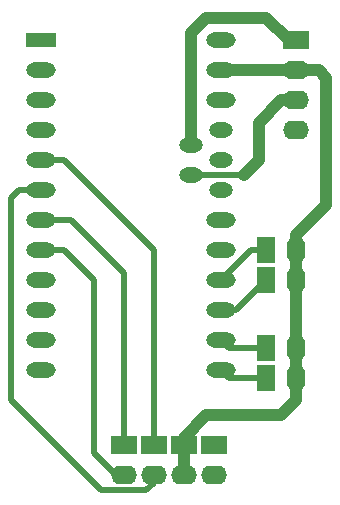
<source format=gbr>
G04 --- HEADER BEGIN --- *
%TF.GenerationSoftware,LibrePCB,LibrePCB,0.1.5*%
%TF.CreationDate,2021-05-15T07:17:11*%
%TF.ProjectId,Odometer Arduino Pro Mini - default,13410d80-bfca-4f75-a670-da1b2444d1b2,v1*%
%TF.Part,Single*%
%FSLAX66Y66*%
%MOMM*%
G01*
G74*
G04 --- HEADER END --- *
G04 --- APERTURE LIST BEGIN --- *
%ADD10O,1.587X2.19*%
%ADD11R,1.587X2.19*%
%ADD12O,2.19X1.587*%
%ADD13R,2.19X1.587*%
%ADD14O,2.5X1.3*%
%ADD15O,2.0X1.3*%
%ADD16R,2.5X1.3*%
%ADD17C,0.5*%
%ADD18C,1.0*%
G04 --- APERTURE LIST END --- *
G04 --- BOARD BEGIN --- *
D10*
X26035000Y12700000D03*
D11*
X23495000Y12700000D03*
D10*
X26035000Y18415000D03*
D11*
X23495000Y18415000D03*
D12*
X26035000Y31115000D03*
D13*
X26035000Y38735000D03*
D12*
X26035000Y33655000D03*
X26035000Y36195000D03*
X13970000Y1905000D03*
D13*
X13970000Y4445000D03*
D14*
X4445000Y13335000D03*
D15*
X19685000Y31115000D03*
D14*
X19685000Y23495000D03*
D16*
X4445000Y38735000D03*
D14*
X19685000Y36195000D03*
X19685000Y33655000D03*
X4445000Y20955000D03*
X4445000Y26035000D03*
X4445000Y33655000D03*
X4445000Y28575000D03*
X19685000Y18415000D03*
D15*
X19685000Y26035000D03*
X17145000Y29845000D03*
X17145000Y27305000D03*
D14*
X19685000Y10795000D03*
X19685000Y20955000D03*
X4445000Y15875000D03*
X4445000Y10795000D03*
X4445000Y36195000D03*
D15*
X19685000Y28575000D03*
D14*
X4445000Y18415000D03*
X4445000Y31115000D03*
X19685000Y15875000D03*
X19685000Y38735000D03*
X4445000Y23495000D03*
X19685000Y13335000D03*
D12*
X19050000Y1905000D03*
D13*
X19050000Y4445000D03*
D10*
X26035000Y10160000D03*
D11*
X23495000Y10160000D03*
D12*
X16510000Y1905000D03*
D13*
X16510000Y4445000D03*
D12*
X11430000Y1905000D03*
D13*
X11430000Y4445000D03*
D10*
X26035000Y20955000D03*
D11*
X23495000Y20955000D03*
D17*
X23495000Y18415000D02*
X20955000Y15875000D01*
X20955000Y15875000D02*
X19685000Y15875000D01*
X19685000Y18415000D02*
X22225000Y20955000D01*
X22225000Y20955000D02*
X23495000Y20955000D01*
D18*
X22860000Y31750000D02*
X24765000Y33655000D01*
D17*
X21590000Y27305000D02*
X17145000Y27305000D01*
D18*
X24765000Y33655000D02*
X26035000Y33655000D01*
X22860000Y31750000D02*
X22860000Y28575000D01*
X21590000Y27305000D02*
X22860000Y28575000D01*
D17*
X6985000Y23495000D02*
X11430000Y19050000D01*
X6985000Y23495000D02*
X4445000Y23495000D01*
X11430000Y19050000D02*
X11430000Y4445000D01*
X20320000Y10160000D02*
X23495000Y10160000D01*
X19685000Y10795000D02*
X20320000Y10160000D01*
X13335000Y635000D02*
X13970000Y1270000D01*
X2540000Y26035000D02*
X1905000Y25400000D01*
X13970000Y1270000D02*
X13970000Y1905000D01*
X1905000Y8255000D02*
X9525000Y635000D01*
X2540000Y26035000D02*
X4445000Y26035000D01*
X1905000Y25400000D02*
X1905000Y8255000D01*
X9525000Y635000D02*
X13335000Y635000D01*
X8890000Y3810000D02*
X10795000Y1905000D01*
X8890000Y18415000D02*
X6350000Y20955000D01*
X10795000Y1905000D02*
X11430000Y1905000D01*
X6350000Y20955000D02*
X4445000Y20955000D01*
X8890000Y18415000D02*
X8890000Y3810000D01*
D18*
X25400000Y38735000D02*
X26035000Y38735000D01*
X17145000Y39370000D02*
X17145000Y38735000D01*
X17145000Y38735000D02*
X17145000Y29845000D01*
X23495000Y40640000D02*
X25400000Y38735000D01*
X17145000Y39370000D02*
X18415000Y40640000D01*
X23495000Y40640000D02*
X22860000Y40640000D01*
X18415000Y40640000D02*
X22860000Y40640000D01*
D17*
X20320000Y12700000D02*
X23495000Y12700000D01*
X19685000Y13335000D02*
X20320000Y12700000D01*
X6350000Y28575000D02*
X13970000Y20955000D01*
X6350000Y28575000D02*
X4445000Y28575000D01*
X13970000Y20955000D02*
X13970000Y4445000D01*
D18*
X27940000Y36195000D02*
X26035000Y36195000D01*
X26035000Y12700000D02*
X26035000Y18415000D01*
X27940000Y36195000D02*
X28575000Y35560000D01*
X24765000Y6985000D02*
X18415000Y6985000D01*
X26035000Y18415000D02*
X26035000Y20955000D01*
X28575000Y35560000D02*
X28575000Y26035000D01*
X28575000Y24765000D02*
X26035000Y22225000D01*
X16510000Y1905000D02*
X16510000Y4445000D01*
X28575000Y24765000D02*
X28575000Y26035000D01*
X26035000Y8255000D02*
X24765000Y6985000D01*
X26035000Y22225000D02*
X26035000Y20955000D01*
X26035000Y36195000D02*
X19685000Y36195000D01*
X26035000Y8255000D02*
X26035000Y10160000D01*
X18415000Y6985000D02*
X16510000Y5080000D01*
X16510000Y5080000D02*
X16510000Y4445000D01*
X26035000Y10160000D02*
X26035000Y12700000D01*
G04 --- BOARD END --- *
%TF.MD5,744f957f05a9a9cedce008d5c66f4e1e*%
M02*

</source>
